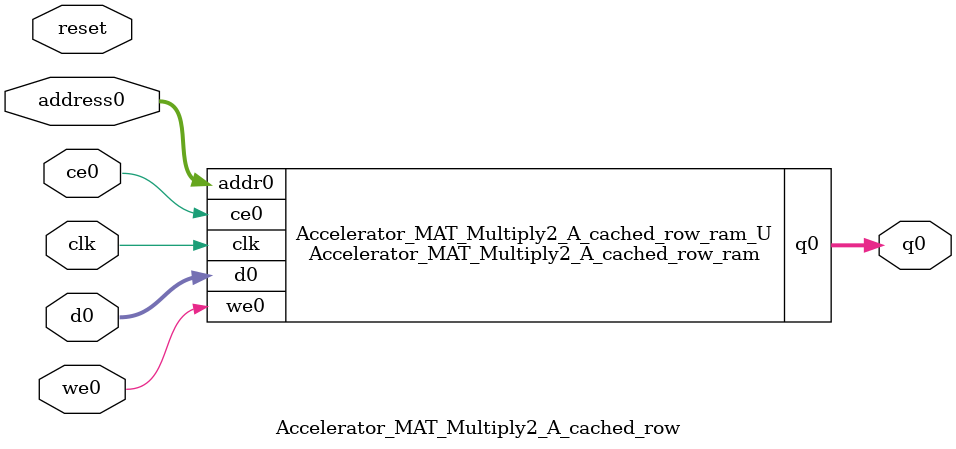
<source format=v>

`timescale 1 ns / 1 ps
module Accelerator_MAT_Multiply2_A_cached_row_ram (addr0, ce0, d0, we0, q0,  clk);

parameter DWIDTH = 32;
parameter AWIDTH = 3;
parameter MEM_SIZE = 8;

input[AWIDTH-1:0] addr0;
input ce0;
input[DWIDTH-1:0] d0;
input we0;
output reg[DWIDTH-1:0] q0;
input clk;

(* ram_style = "distributed" *)reg [DWIDTH-1:0] ram[MEM_SIZE-1:0];




always @(posedge clk)  
begin 
    if (ce0) 
    begin
        if (we0) 
        begin 
            ram[addr0] <= d0; 
            q0 <= d0;
        end 
        else 
            q0 <= ram[addr0];
    end
end


endmodule


`timescale 1 ns / 1 ps
module Accelerator_MAT_Multiply2_A_cached_row(
    reset,
    clk,
    address0,
    ce0,
    we0,
    d0,
    q0);

parameter DataWidth = 32'd32;
parameter AddressRange = 32'd8;
parameter AddressWidth = 32'd3;
input reset;
input clk;
input[AddressWidth - 1:0] address0;
input ce0;
input we0;
input[DataWidth - 1:0] d0;
output[DataWidth - 1:0] q0;



Accelerator_MAT_Multiply2_A_cached_row_ram Accelerator_MAT_Multiply2_A_cached_row_ram_U(
    .clk( clk ),
    .addr0( address0 ),
    .ce0( ce0 ),
    .d0( d0 ),
    .we0( we0 ),
    .q0( q0 ));

endmodule


</source>
